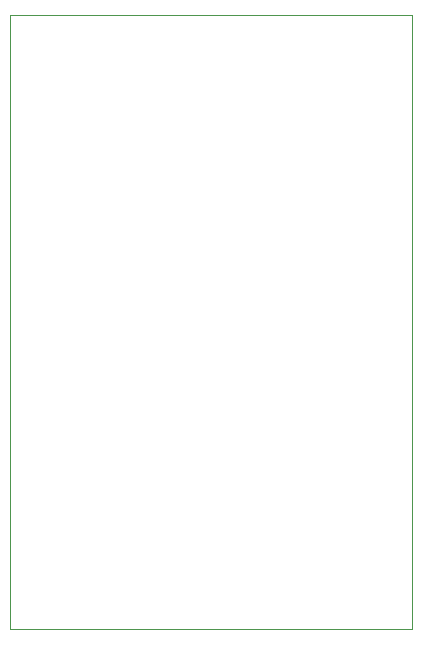
<source format=gbr>
%TF.GenerationSoftware,KiCad,Pcbnew,(5.1.10)-1*%
%TF.CreationDate,2022-02-26T03:46:18-05:00*%
%TF.ProjectId,chunair_core,6368756e-6169-4725-9f63-6f72652e6b69,rev?*%
%TF.SameCoordinates,Original*%
%TF.FileFunction,Profile,NP*%
%FSLAX46Y46*%
G04 Gerber Fmt 4.6, Leading zero omitted, Abs format (unit mm)*
G04 Created by KiCad (PCBNEW (5.1.10)-1) date 2022-02-26 03:46:18*
%MOMM*%
%LPD*%
G01*
G04 APERTURE LIST*
%TA.AperFunction,Profile*%
%ADD10C,0.050000*%
%TD*%
G04 APERTURE END LIST*
D10*
X133000000Y-47000000D02*
X133000000Y-99000000D01*
X167000000Y-47000000D02*
X133000000Y-47000000D01*
X167000000Y-99000000D02*
X167000000Y-47000000D01*
X133000000Y-99000000D02*
X167000000Y-99000000D01*
M02*

</source>
